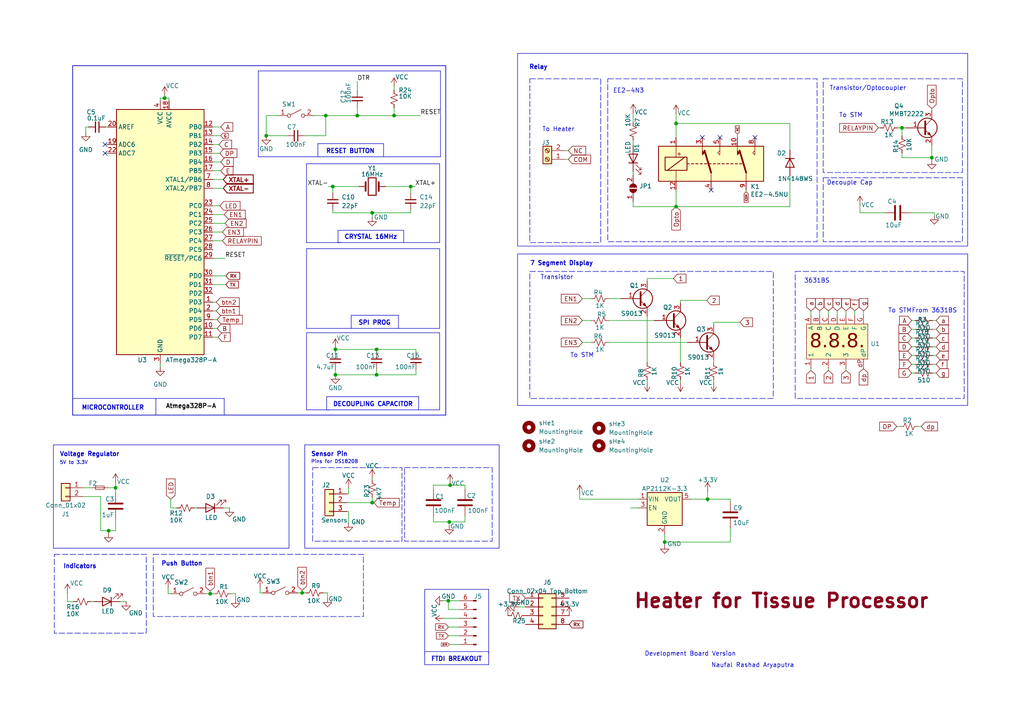
<source format=kicad_sch>
(kicad_sch (version 20230121) (generator eeschema)
  (paper "A4")
  (junction (at 103.632 33.528))
  (junction (at 97.282 101.346))
  (junction (at 33.528 141.478))
  (junction (at 130.302 151.384))
  (junction (at 192.786 157.226))
  (junction (at 94.488 33.528))
  (junction (at 196.088 59.944))
  (junction (at 130.556 140.716))
  (junction (at 130.048 174.244))
  (junction (at 107.95 145.796))
  (junction (at 196.088 35.814))
  (junction (at 109.22 108.712))
  (junction (at 109.22 101.346))
  (junction (at 77.216 39.37))
  (junction (at 97.282 108.712))
  (junction (at 96.52 54.102))
  (junction (at 119.126 54.102))
  (junction (at 107.95 61.722))
  (junction (at 87.63 171.958))
  (junction (at 261.62 37.084))
  (junction (at 270.256 45.72))
  (junction (at 114.3 33.528))
  (junction (at 31.496 153.924))
  (junction (at 205.232 144.78))
  (junction (at 47.752 28.448))
  (junction (at 60.96 172.212))
  (no_connect (at 208.788 39.878))
  (no_connect (at 30.48 41.91))
  (no_connect (at 203.708 39.878))
  (no_connect (at 206.248 55.118))
  (no_connect (at 218.948 39.878))
  (no_connect (at 30.48 44.45))
  (wire (pts (xy 107.95 145.796) (xy 100.584 145.796)))
  (wire (pts (xy 168.91 86.614) (xy 171.45 86.614)))
  (wire (pts (xy 176.53 92.964) (xy 189.738 92.964)))
  (polyline (pts (xy 92.202 45.466) (xy 92.202 41.656)))
  (wire (pts (xy 103.632 33.528) (xy 114.3 33.528)))
  (polyline (pts (xy 123.19 192.786) (xy 141.732 192.786)))
  (wire (pts (xy 205.232 142.494) (xy 205.232 144.78)))
  (polyline (pts (xy 92.964 45.466) (xy 92.202 45.466)))
  (wire (pts (xy 109.22 108.712) (xy 120.65 108.712)))
  (wire (pts (xy 187.706 80.772) (xy 187.706 81.534)))
  (wire (pts (xy 216.408 55.626) (xy 216.408 55.118)))
  (wire (pts (xy 250.444 90.17) (xy 250.444 91.44)))
  (wire (pts (xy 96.52 54.102) (xy 104.14 54.102)))
  (polyline (pts (xy 129.286 120.396) (xy 21.082 120.396)) (stroke (width 0.2) (type solid)))
  (wire (pts (xy 270.51 108.204) (xy 271.526 108.204)))
  (wire (pts (xy 26.416 141.478) (xy 24.13 141.478)))
  (wire (pts (xy 270.51 100.584) (xy 271.526 100.584)))
  (wire (pts (xy 271.018 61.722) (xy 264.16 61.722)))
  (wire (pts (xy 107.95 144.272) (xy 107.95 145.796)))
  (wire (pts (xy 27.178 174.498) (xy 26.416 174.498)))
  (polyline (pts (xy 141.732 188.976) (xy 141.732 189.738)))
  (wire (pts (xy 235.204 107.442) (xy 235.204 106.68)))
  (wire (pts (xy 114.3 31.242) (xy 114.3 33.528)))
  (wire (pts (xy 229.108 59.944) (xy 229.108 51.054)))
  (wire (pts (xy 134.874 149.606) (xy 134.874 151.384)))
  (wire (pts (xy 270.256 31.496) (xy 270.256 32.004)))
  (wire (pts (xy 87.63 171.958) (xy 88.646 171.958)))
  (wire (pts (xy 61.722 74.93) (xy 65.278 74.93)))
  (wire (pts (xy 182.88 147.32) (xy 185.166 147.32)))
  (wire (pts (xy 61.722 59.69) (xy 63.754 59.69)))
  (wire (pts (xy 164.846 46.228) (xy 163.83 46.228)))
  (wire (pts (xy 86.36 171.958) (xy 87.63 171.958)))
  (wire (pts (xy 49.53 144.78) (xy 49.53 147.32)))
  (wire (pts (xy 125.73 151.384) (xy 130.302 151.384)))
  (wire (pts (xy 229.108 35.814) (xy 196.088 35.814)))
  (wire (pts (xy 270.51 92.964) (xy 271.526 92.964)))
  (polyline (pts (xy 127.508 70.358) (xy 127.508 47.498)))
  (wire (pts (xy 264.414 95.504) (xy 265.43 95.504)))
  (wire (pts (xy 29.21 153.924) (xy 31.496 153.924)))
  (wire (pts (xy 30.48 41.91) (xy 31.242 41.91)))
  (polyline (pts (xy 127.762 20.574) (xy 74.93 20.574)))
  (wire (pts (xy 30.48 44.45) (xy 31.242 44.45)))
  (polyline (pts (xy 101.854 91.44) (xy 115.57 91.44)))
  (polyline (pts (xy 127.762 45.466) (xy 127.762 20.574)))
  (wire (pts (xy 33.528 139.954) (xy 33.528 141.478)))
  (wire (pts (xy 62.738 87.63) (xy 61.722 87.63)))
  (wire (pts (xy 130.048 174.244) (xy 133.096 174.244)))
  (wire (pts (xy 61.722 46.99) (xy 64.008 46.99)))
  (wire (pts (xy 168.148 143.256) (xy 168.148 144.78)))
  (wire (pts (xy 97.282 101.346) (xy 109.22 101.346)))
  (polyline (pts (xy 74.93 20.574) (xy 74.93 45.466)))
  (polyline (pts (xy 123.19 170.942) (xy 123.19 189.992)))
  (polyline (pts (xy 21.082 19.05) (xy 129.286 19.05)) (stroke (width 0.2) (type solid)))
  (wire (pts (xy 30.734 36.83) (xy 31.242 36.83)))
  (wire (pts (xy 197.358 87.122) (xy 197.358 87.884)))
  (wire (pts (xy 29.21 144.018) (xy 29.21 153.924)))
  (polyline (pts (xy 123.19 188.976) (xy 141.732 188.976)))
  (wire (pts (xy 130.048 184.404) (xy 133.096 184.404)))
  (wire (pts (xy 120.65 101.346) (xy 120.65 102.108)))
  (polyline (pts (xy 95.504 118.872) (xy 94.742 118.872)))
  (wire (pts (xy 270.51 105.664) (xy 271.526 105.664)))
  (wire (pts (xy 196.088 35.814) (xy 196.088 39.878)))
  (wire (pts (xy 94.488 33.528) (xy 90.932 33.528)))
  (wire (pts (xy 214.63 93.472) (xy 207.01 93.472)))
  (wire (pts (xy 192.786 157.988) (xy 192.786 157.226)))
  (wire (pts (xy 168.148 144.78) (xy 185.166 144.78)))
  (wire (pts (xy 264.414 98.044) (xy 265.43 98.044)))
  (wire (pts (xy 242.824 90.17) (xy 242.824 91.44)))
  (wire (pts (xy 254.762 37.084) (xy 255.27 37.084)))
  (wire (pts (xy 260.35 37.084) (xy 261.62 37.084)))
  (wire (pts (xy 101.092 141.478) (xy 101.092 143.256)))
  (polyline (pts (xy 98.806 70.358) (xy 98.044 70.358)))
  (wire (pts (xy 125.73 140.716) (xy 125.73 141.986)))
  (wire (pts (xy 130.048 176.784) (xy 130.048 174.244)))
  (wire (pts (xy 128.778 174.244) (xy 130.048 174.244)))
  (wire (pts (xy 183.642 58.42) (xy 183.642 59.944)))
  (wire (pts (xy 94.996 171.958) (xy 93.726 171.958)))
  (wire (pts (xy 33.528 150.622) (xy 33.528 153.924)))
  (wire (pts (xy 24.892 38.354) (xy 24.892 36.83)))
  (wire (pts (xy 87.63 171.196) (xy 87.63 171.958)))
  (wire (pts (xy 183.642 49.784) (xy 183.642 50.8)))
  (polyline (pts (xy 45.212 115.57) (xy 45.212 120.396)))
  (wire (pts (xy 264.414 100.584) (xy 265.43 100.584)))
  (wire (pts (xy 205.232 144.78) (xy 205.232 145.542)))
  (wire (pts (xy 97.282 102.108) (xy 97.282 101.346)))
  (wire (pts (xy 260.096 123.698) (xy 261.112 123.698)))
  (wire (pts (xy 61.722 54.61) (xy 64.77 54.61)))
  (wire (pts (xy 168.91 92.964) (xy 171.45 92.964)))
  (wire (pts (xy 204.978 87.122) (xy 197.358 87.122)))
  (wire (pts (xy 130.556 140.716) (xy 134.874 140.716)))
  (wire (pts (xy 111.76 54.102) (xy 119.126 54.102)))
  (wire (pts (xy 114.3 25.146) (xy 114.3 26.162)))
  (wire (pts (xy 235.204 90.17) (xy 235.204 91.44)))
  (wire (pts (xy 213.868 38.862) (xy 213.868 39.878)))
  (polyline (pts (xy 92.456 45.466) (xy 92.964 45.466)))
  (wire (pts (xy 196.088 59.944) (xy 196.088 55.118)))
  (wire (pts (xy 75.438 171.958) (xy 76.2 171.958)))
  (wire (pts (xy 237.744 90.17) (xy 237.744 91.44)))
  (polyline (pts (xy 98.044 70.358) (xy 98.044 66.802)))
  (wire (pts (xy 109.22 101.346) (xy 109.22 102.108)))
  (wire (pts (xy 176.53 86.614) (xy 180.086 86.614)))
  (polyline (pts (xy 101.854 95.25) (xy 101.854 91.44)))
  (wire (pts (xy 75.438 170.434) (xy 75.438 171.958)))
  (wire (pts (xy 61.722 44.45) (xy 63.754 44.45)))
  (polyline (pts (xy 123.19 189.992) (xy 123.19 192.786)))
  (wire (pts (xy 61.722 49.53) (xy 64.008 49.53)))
  (polyline (pts (xy 65.024 115.57) (xy 65.024 120.396)))
  (wire (pts (xy 47.752 27.686) (xy 47.752 28.448)))
  (polyline (pts (xy 92.202 41.656) (xy 111.252 41.656)))
  (wire (pts (xy 61.722 69.85) (xy 64.516 69.85)))
  (wire (pts (xy 49.022 28.448) (xy 49.022 29.21)))
  (polyline (pts (xy 98.044 66.802) (xy 117.094 66.802)))
  (wire (pts (xy 57.15 147.32) (xy 56.388 147.32)))
  (wire (pts (xy 130.048 181.864) (xy 133.096 181.864)))
  (wire (pts (xy 207.01 93.472) (xy 207.01 94.234)))
  (wire (pts (xy 197.358 110.998) (xy 197.358 110.236)))
  (wire (pts (xy 196.088 33.02) (xy 196.088 35.814)))
  (wire (pts (xy 60.96 171.45) (xy 60.96 172.212)))
  (polyline (pts (xy 21.082 115.57) (xy 65.024 115.57)))
  (polyline (pts (xy 75.438 45.466) (xy 127.762 45.466)))
  (wire (pts (xy 46.482 29.21) (xy 46.482 28.448)))
  (wire (pts (xy 134.874 140.716) (xy 134.874 141.986)))
  (wire (pts (xy 19.558 174.498) (xy 21.336 174.498)))
  (polyline (pts (xy 88.9 96.52) (xy 88.9 118.872)))
  (polyline (pts (xy 121.412 115.062) (xy 121.412 118.872)))
  (wire (pts (xy 36.576 174.498) (xy 34.798 174.498)))
  (wire (pts (xy 195.326 80.772) (xy 187.706 80.772)))
  (wire (pts (xy 94.996 173.482) (xy 94.996 171.958)))
  (wire (pts (xy 48.768 172.212) (xy 49.53 172.212)))
  (wire (pts (xy 270.51 103.124) (xy 271.526 103.124)))
  (wire (pts (xy 205.232 144.78) (xy 211.836 144.78)))
  (wire (pts (xy 264.414 105.664) (xy 265.43 105.664)))
  (wire (pts (xy 107.95 62.992) (xy 107.95 61.722)))
  (wire (pts (xy 63.5 41.91) (xy 61.722 41.91)))
  (polyline (pts (xy 88.9 95.25) (xy 88.9 72.136)))
  (wire (pts (xy 94.488 33.528) (xy 103.632 33.528)))
  (wire (pts (xy 107.95 138.684) (xy 107.95 139.192)))
  (wire (pts (xy 95.25 54.102) (xy 96.52 54.102)))
  (wire (pts (xy 66.548 147.32) (xy 64.77 147.32)))
  (wire (pts (xy 130.048 176.784) (xy 133.096 176.784)))
  (wire (pts (xy 183.642 32.766) (xy 183.642 35.56)))
  (wire (pts (xy 207.01 110.998) (xy 207.01 110.236)))
  (wire (pts (xy 61.722 95.25) (xy 62.992 95.25)))
  (wire (pts (xy 125.73 140.716) (xy 130.556 140.716)))
  (polyline (pts (xy 88.9 96.52) (xy 127.508 96.52)))
  (polyline (pts (xy 115.57 95.25) (xy 127.508 95.25)))
  (wire (pts (xy 101.092 151.638) (xy 101.092 148.336)))
  (wire (pts (xy 31.496 154.686) (xy 31.496 153.924)))
  (wire (pts (xy 270.51 98.044) (xy 271.526 98.044)))
  (polyline (pts (xy 115.57 91.44) (xy 115.57 95.25)))
  (wire (pts (xy 63.246 97.79) (xy 61.722 97.79)))
  (polyline (pts (xy 94.742 118.872) (xy 94.742 115.062)))
  (wire (pts (xy 240.284 107.442) (xy 240.284 106.68)))
  (polyline (pts (xy 94.742 115.062) (xy 121.412 115.062)))
  (wire (pts (xy 130.302 151.384) (xy 130.302 152.4)))
  (wire (pts (xy 101.092 143.256) (xy 100.584 143.256)))
  (polyline (pts (xy 141.732 192.786) (xy 141.732 170.942)))
  (wire (pts (xy 271.018 62.484) (xy 271.018 61.722)))
  (wire (pts (xy 192.786 157.226) (xy 211.836 157.226)))
  (wire (pts (xy 80.772 33.528) (xy 77.216 33.528)))
  (wire (pts (xy 109.22 107.188) (xy 109.22 108.712)))
  (wire (pts (xy 97.282 107.188) (xy 97.282 108.712)))
  (wire (pts (xy 128.778 179.324) (xy 133.096 179.324)))
  (polyline (pts (xy 88.9 72.136) (xy 127.508 72.136)))
  (wire (pts (xy 31.496 153.924) (xy 33.528 153.924)))
  (wire (pts (xy 261.62 37.084) (xy 262.636 37.084)))
  (wire (pts (xy 211.836 144.78) (xy 211.836 145.542)))
  (polyline (pts (xy 141.732 170.942) (xy 123.19 170.942)))
  (polyline (pts (xy 127.508 118.872) (xy 88.9 118.872)))
  (wire (pts (xy 211.836 153.162) (xy 211.836 157.226)))
  (wire (pts (xy 19.558 171.958) (xy 19.558 174.498)))
  (wire (pts (xy 88.392 39.37) (xy 94.488 39.37)))
  (wire (pts (xy 270.51 95.504) (xy 271.526 95.504)))
  (wire (pts (xy 96.52 60.96) (xy 96.52 61.722)))
  (wire (pts (xy 48.768 170.688) (xy 48.768 172.212)))
  (wire (pts (xy 83.312 39.37) (xy 77.216 39.37)))
  (polyline (pts (xy 88.9 47.498) (xy 127.508 47.498)))
  (wire (pts (xy 94.488 39.37) (xy 94.488 33.528)))
  (polyline (pts (xy 88.9 47.498) (xy 88.9 70.358)))
  (polyline (pts (xy 88.9 70.358) (xy 127.508 70.358)))
  (wire (pts (xy 46.482 106.426) (xy 46.482 105.41)))
  (wire (pts (xy 200.406 144.78) (xy 205.232 144.78)))
  (wire (pts (xy 266.192 123.698) (xy 267.208 123.698)))
  (wire (pts (xy 247.904 90.17) (xy 247.904 91.44)))
  (wire (pts (xy 61.722 62.23) (xy 65.024 62.23)))
  (wire (pts (xy 68.326 172.212) (xy 67.056 172.212)))
  (wire (pts (xy 62.738 90.17) (xy 61.722 90.17)))
  (wire (pts (xy 60.96 172.212) (xy 61.976 172.212)))
  (polyline (pts (xy 129.286 19.812) (xy 129.286 19.05)))
  (wire (pts (xy 103.632 31.242) (xy 103.632 33.528)))
  (wire (pts (xy 250.444 106.934) (xy 250.444 106.68)))
  (wire (pts (xy 229.108 43.434) (xy 229.108 35.814)))
  (wire (pts (xy 96.52 61.722) (xy 107.95 61.722)))
  (wire (pts (xy 61.722 82.55) (xy 65.532 82.55)))
  (wire (pts (xy 24.13 144.018) (xy 29.21 144.018)))
  (wire (pts (xy 31.496 141.478) (xy 33.528 141.478)))
  (wire (pts (xy 24.892 36.83) (xy 25.654 36.83)))
  (wire (pts (xy 109.22 101.346) (xy 120.65 101.346)))
  (polyline (pts (xy 74.93 45.466) (xy 75.438 45.466)))
  (wire (pts (xy 61.722 80.01) (xy 65.532 80.01)))
  (wire (pts (xy 119.126 54.102) (xy 120.396 54.102)))
  (wire (pts (xy 97.282 100.838) (xy 97.282 101.346)))
  (wire (pts (xy 97.282 108.712) (xy 109.22 108.712)))
  (wire (pts (xy 108.458 145.796) (xy 107.95 145.796)))
  (wire (pts (xy 96.52 55.88) (xy 96.52 54.102)))
  (wire (pts (xy 125.73 149.606) (xy 125.73 151.384)))
  (wire (pts (xy 196.088 59.944) (xy 183.642 59.944)))
  (wire (pts (xy 130.556 140.208) (xy 130.556 140.716)))
  (wire (pts (xy 103.632 23.622) (xy 103.632 26.162)))
  (wire (pts (xy 68.326 173.736) (xy 68.326 172.212)))
  (wire (pts (xy 196.088 59.944) (xy 229.108 59.944)))
  (wire (pts (xy 270.256 45.72) (xy 270.256 42.164)))
  (polyline (pts (xy 123.19 190.246) (xy 123.19 188.976)))
  (wire (pts (xy 264.414 108.204) (xy 265.43 108.204)))
  (wire (pts (xy 183.642 42.164) (xy 183.642 40.64)))
  (wire (pts (xy 264.414 103.124) (xy 265.43 103.124)))
  (wire (pts (xy 261.62 45.72) (xy 270.256 45.72)))
  (wire (pts (xy 176.53 99.314) (xy 199.39 99.314)))
  (wire (pts (xy 33.528 143.002) (xy 33.528 141.478)))
  (wire (pts (xy 187.706 91.694) (xy 187.706 105.156)))
  (wire (pts (xy 61.722 92.71) (xy 62.992 92.71)))
  (wire (pts (xy 197.358 98.044) (xy 197.358 105.156)))
  (wire (pts (xy 119.126 55.88) (xy 119.126 54.102)))
  (wire (pts (xy 207.01 104.394) (xy 207.01 105.156)))
  (wire (pts (xy 249.428 59.436) (xy 249.428 61.722)))
  (wire (pts (xy 261.62 44.45) (xy 261.62 45.72)))
  (wire (pts (xy 61.722 67.31) (xy 64.516 67.31)))
  (wire (pts (xy 114.3 33.528) (xy 121.92 33.528)))
  (wire (pts (xy 120.65 108.712) (xy 120.65 107.188)))
  (wire (pts (xy 245.364 90.17) (xy 245.364 91.44)))
  (wire (pts (xy 150.368 176.022) (xy 152.4 176.022)))
  (wire (pts (xy 101.092 148.336) (xy 100.584 148.336)))
  (polyline (pts (xy 127.508 72.136) (xy 127.508 95.25)))
  (wire (pts (xy 46.482 28.448) (xy 47.752 28.448)))
  (wire (pts (xy 61.722 52.07) (xy 64.77 52.07)))
  (wire (pts (xy 261.62 39.37) (xy 261.62 37.084)))
  (wire (pts (xy 77.216 33.528) (xy 77.216 39.37)))
  (wire (pts (xy 245.364 107.442) (xy 245.364 106.68)))
  (wire (pts (xy 64.008 36.83) (xy 61.722 36.83)))
  (polyline (pts (xy 111.252 41.656) (xy 111.252 45.466)))
  (wire (pts (xy 187.706 110.998) (xy 187.706 110.236)))
  (wire (pts (xy 192.786 157.226) (xy 192.786 154.94)))
  (wire (pts (xy 240.284 90.17) (xy 240.284 91.44)))
  (wire (pts (xy 59.69 172.212) (xy 60.96 172.212)))
  (polyline (pts (xy 129.286 19.05) (xy 129.286 120.396)) (stroke (width 0.2) (type solid)))
  (wire (pts (xy 49.53 147.32) (xy 51.308 147.32)))
  (polyline (pts (xy 21.082 19.05) (xy 21.082 120.396)) (stroke (width 0.2) (type solid)))
  (wire (pts (xy 47.752 28.448) (xy 49.022 28.448)))
  (polyline (pts (xy 115.57 95.25) (xy 88.9 95.25)))
  (wire (pts (xy 168.91 99.314) (xy 171.45 99.314)))
  (wire (pts (xy 130.302 186.944) (xy 133.096 186.944)))
  (wire (pts (xy 107.95 61.722) (xy 119.126 61.722)))
  (wire (pts (xy 270.256 45.72) (xy 270.256 46.482)))
  (wire (pts (xy 164.846 43.688) (xy 163.83 43.688)))
  (polyline (pts (xy 127.508 96.52) (xy 127.508 118.872)))
  (wire (pts (xy 264.414 92.964) (xy 265.43 92.964)))
  (polyline (pts (xy 117.094 66.802) (xy 117.094 70.358)))
  (wire (pts (xy 130.302 151.384) (xy 134.874 151.384)))
  (wire (pts (xy 61.722 39.37) (xy 64.008 39.37)))
  (wire (pts (xy 61.722 64.77) (xy 65.278 64.77)))
  (wire (pts (xy 119.126 61.722) (xy 119.126 60.96)))
  (wire (pts (xy 249.428 61.722) (xy 256.54 61.722)))
  (rectangle (start 117.348 135.636) (end 142.748 156.972) (stroke (width 0) (type dash)))
  (rectangle (start 176.276 22.86) (end 236.982 70.104) (stroke (width 0) (type dash)))
  (rectangle (start 238.76 22.86) (end 279.146 50.038) (stroke (width 0) (type dash)))
  (rectangle (start 230.632 78.74) (end 279.654 115.57) (stroke (width 0) (type dash)))
  (rectangle (start 44.45 160.782) (end 105.41 178.816) (stroke (width 0) (type dash)))
  (rectangle (start 150.114 15.494) (end 280.67 71.374))
  (rectangle (start 90.678 135.636) (end 116.586 156.972) (stroke (width 0) (type dash)))
  (rectangle (start 153.67 22.86) (end 174.244 70.358) (stroke (width 0) (type dash)))
  (rectangle (start 150.114 73.66) (end 280.67 117.602))
  (rectangle (start 15.494 129.032) (end 83.82 159.004))
  (rectangle (start 15.748 160.782) (end 42.418 183.642) (stroke (width 0) (type dash)))
  (rectangle (start 88.392 129.032) (end 144.78 159.004))
  (rectangle (start 153.67 78.74) (end 224.282 115.57) (stroke (width 0) (type dash)))
  (rectangle (start 238.76 51.562) (end 279.146 70.104) (stroke (width 0) (type dash)))
  (text "5V to 3.3V\n" (at 17.272 134.874 0) (effects (font (size 1 1)) (justify left bottom)))
  (text "To STM\n" (at 243.332 34.29 0) (effects (font (size 1.27 1.27)) (justify left bottom)))
  (text "Indicators\n" (at 18.288 165.1 0) (effects (font (size 1.27 1.27) bold) (justify left bottom)))
  (text "To Heater\n" (at 157.226 38.354 0) (effects (font (size 1.27 1.27)) (justify left bottom)))
  (text "MICROCONTROLLER\n" (at 23.622 119.126 0) (effects (font (size 1.27 1.27) bold) (justify left bottom)))
  (text "Sensor Pin" (at 90.17 132.588 0) (effects (font (size 1.27 1.27) bold) (justify left bottom)))
  (text "Development Board Version\n" (at 186.944 190.5 0) (effects (font (size 1.27 1.27)) (justify left bottom)))
  (text "To STM\n" (at 165.354 103.886 0) (effects (font (size 1.27 1.27)) (justify left bottom)))
  (text "7 Segment Display" (at 153.67 77.216 0) (effects (font (size 1.27 1.27) (thickness 0.254) bold) (justify left bottom)))
  (text "Naufal Rashad Aryaputra\n" (at 206.248 193.802 0) (effects (font (size 1.27 1.27)) (justify left bottom)))
  (text "EE2-4N3\n" (at 177.8 27.178 0) (effects (font (size 1.27 1.27)) (justify left bottom)))
  (text "DECOUPLING CAPACITOR\n" (at 96.52 118.11 0) (effects (font (size 1.27 1.27) bold) (justify left bottom)))
  (text "To STM\n" (at 257.556 90.932 0) (effects (font (size 1.27 1.27)) (justify left bottom)))
  (text "Push Button\n" (at 46.736 164.338 0) (effects (font (size 1.27 1.27) (thickness 0.254) bold) (justify left bottom)))
  (text "Heater for Tissue Processor\n" (at 183.642 176.784 0) (effects (font (size 4 4) bold) (justify left bottom)))
  (text "SPI PROG\n" (at 103.886 94.488 0) (effects (font (size 1.27 1.27) bold) (justify left bottom)))
  (text "Decouple Cap\n" (at 239.776 53.848 0) (effects (font (size 1.27 1.27)) (justify left bottom)))
  (text "Relay\n" (at 153.416 20.32 0) (effects (font (size 1.27 1.27) bold) (justify left bottom)))
  (text "Voltage Regulator\n" (at 17.272 132.588 0) (effects (font (size 1.27 1.27) bold) (justify left bottom)))
  (text "Transistor" (at 156.718 81.28 0) (effects (font (size 1.27 1.27)) (justify left bottom)))
  (text "From 3631BS\n" (at 264.414 90.932 0) (effects (font (size 1.27 1.27)) (justify left bottom)))
  (text "Transistor/Optocoupler\n" (at 240.538 26.416 0) (effects (font (size 1.27 1.27)) (justify left bottom)))
  (text "3631BS\n" (at 233.172 82.296 0) (effects (font (size 1.27 1.27)) (justify left bottom)))
  (text "CRYSTAL 16MHz\n" (at 99.822 69.596 0) (effects (font (size 1.27 1.27) bold) (justify left bottom)))
  (text "FTDI BREAKOUT\n\n" (at 124.968 194.056 0) (effects (font (size 1.27 1.27) (thickness 0.254) bold) (justify left bottom)))
  (text "RESET BUTTON\n" (at 94.488 44.704 0) (effects (font (size 1.27 1.27) bold) (justify left bottom)))
  (text "Pins for DS1820B\n" (at 90.17 134.62 0) (effects (font (size 1 1)) (justify left bottom)))
  (label "XTAL-" (at 95.25 54.102 180))
  (label "RESET" (at 65.278 74.93 0))
  (label "Atmega328P-A" (at 48.006 118.872 0) (effects (font bold)))
  (label "XTAL+" (at 120.396 54.102 0))
  (label "RESET" (at 121.92 33.528 0))
  (label "DTR" (at 103.632 23.622 0))
  (global_label "C" (shape input) (at 264.414 98.044 180) (property "Intersheetrefs" "${INTERSHEET_REFS}" (effects hide)))
  (global_label "Opto" (shape input) (at 196.088 59.944 270) (property "Intersheetrefs" "${INTERSHEET_REFS}" (effects hide)))
  (global_label "COM" (shape input) (at 164.846 46.228 0) (property "Intersheetrefs" "${INTERSHEET_REFS}" (effects hide)))
  (global_label "A" (shape input) (at 64.008 36.83 0) (property "Intersheetrefs" "${INTERSHEET_REFS}" (effects hide)))
  (global_label "RX" (shape input) (at 130.048 181.864 180) (effects (font (size 0.96 0.96))) (property "Intersheetrefs" "${INTERSHEET_REFS}" (effects hide)))
  (global_label "btn1" (shape input) (at 60.96 171.45 90) (property "Intersheetrefs" "${INTERSHEET_REFS}" (effects hide)))
  (global_label "EN3" (shape input) (at 64.516 67.31 0) (property "Intersheetrefs" "${INTERSHEET_REFS}" (effects hide)))
  (global_label "EN3" (shape input) (at 168.91 99.314 180) (property "Intersheetrefs" "${INTERSHEET_REFS}" (effects hide)))
  (global_label "XTAL+" (shape input) (at 64.77 52.07 0) (effects (font bold)) (property "Intersheetrefs" "${INTERSHEET_REFS}" (effects hide)))
  (global_label "e" (shape input) (at 271.526 103.124 0) (property "Intersheetrefs" "${INTERSHEET_REFS}" (effects hide)))
  (global_label "D" (shape input) (at 264.414 100.584 180) (property "Intersheetrefs" "${INTERSHEET_REFS}" (effects hide)))
  (global_label "RELAYPIN" (shape input) (at 254.762 37.084 180) (property "Intersheetrefs" "${INTERSHEET_REFS}" (effects hide)))
  (global_label "XTAL-" (shape input) (at 64.77 54.61 0) (effects (font bold)) (property "Intersheetrefs" "${INTERSHEET_REFS}" (effects hide)))
  (global_label "COM" (shape input) (at 216.408 55.626 270) (effects (font (size 0.6 0.6))) (property "Intersheetrefs" "${INTERSHEET_REFS}" (effects hide)))
  (global_label "Opto" (shape input) (at 270.256 31.496 90) (property "Intersheetrefs" "${INTERSHEET_REFS}" (effects hide)))
  (global_label "b" (shape input) (at 271.526 95.504 0) (property "Intersheetrefs" "${INTERSHEET_REFS}" (effects hide)))
  (global_label "btn2" (shape input) (at 87.63 171.196 90) (property "Intersheetrefs" "${INTERSHEET_REFS}" (effects hide)))
  (global_label "EN1" (shape input) (at 168.91 86.614 180) (property "Intersheetrefs" "${INTERSHEET_REFS}" (effects hide)))
  (global_label "3" (shape input) (at 245.364 107.442 270) (property "Intersheetrefs" "${INTERSHEET_REFS}" (effects hide)))
  (global_label "A" (shape input) (at 264.414 92.964 180) (property "Intersheetrefs" "${INTERSHEET_REFS}" (effects hide)))
  (global_label "E" (shape input) (at 264.414 103.124 180) (property "Intersheetrefs" "${INTERSHEET_REFS}" (effects hide)))
  (global_label "f" (shape input) (at 247.904 90.17 90) (property "Intersheetrefs" "${INTERSHEET_REFS}" (effects hide)))
  (global_label "Temp" (shape input) (at 62.992 92.71 0) (property "Intersheetrefs" "${INTERSHEET_REFS}" (effects hide)))
  (global_label "RX" (shape input) (at 165.1 181.102 0) (effects (font (size 0.96 0.96) bold)) (property "Intersheetrefs" "${INTERSHEET_REFS}" (effects hide)))
  (global_label "btn2" (shape input) (at 62.738 87.63 0) (property "Intersheetrefs" "${INTERSHEET_REFS}" (effects hide)))
  (global_label "btn1" (shape input) (at 62.738 90.17 0) (property "Intersheetrefs" "${INTERSHEET_REFS}" (effects hide)))
  (global_label "dp" (shape input) (at 250.444 106.934 270) (property "Intersheetrefs" "${INTERSHEET_REFS}" (effects hide)))
  (global_label "E" (shape input) (at 64.008 49.53 0) (property "Intersheetrefs" "${INTERSHEET_REFS}" (effects hide)))
  (global_label "B" (shape input) (at 264.414 95.504 180) (property "Intersheetrefs" "${INTERSHEET_REFS}" (effects hide)))
  (global_label "DP" (shape input) (at 260.096 123.698 180) (property "Intersheetrefs" "${INTERSHEET_REFS}" (effects hide)))
  (global_label "TX" (shape input) (at 65.532 82.55 0) (effects (font (size 0.93 0.93) bold)) (property "Intersheetrefs" "${INTERSHEET_REFS}" (effects hide)))
  (global_label "C" (shape input) (at 63.5 41.91 0) (property "Intersheetrefs" "${INTERSHEET_REFS}" (effects hide)))
  (global_label "c" (shape input) (at 271.526 98.044 0) (property "Intersheetrefs" "${INTERSHEET_REFS}" (effects hide)))
  (global_label "DP" (shape input) (at 63.754 44.45 0) (property "Intersheetrefs" "${INTERSHEET_REFS}" (effects hide)))
  (global_label "B" (shape input) (at 62.992 95.25 0) (property "Intersheetrefs" "${INTERSHEET_REFS}" (effects hide)))
  (global_label "e" (shape input) (at 245.364 90.17 90) (property "Intersheetrefs" "${INTERSHEET_REFS}" (effects hide)))
  (global_label "2" (shape input) (at 204.978 87.122 0) (property "Intersheetrefs" "${INTERSHEET_REFS}" (effects hide)))
  (global_label "dp" (shape input) (at 267.208 123.698 0) (property "Intersheetrefs" "${INTERSHEET_REFS}" (effects hide)))
  (global_label "1" (shape input) (at 235.204 107.442 270) (property "Intersheetrefs" "${INTERSHEET_REFS}" (effects hide)))
  (global_label "D" (shape input) (at 64.008 46.99 0) (property "Intersheetrefs" "${INTERSHEET_REFS}" (effects hide)))
  (global_label "RELAYPIN" (shape input) (at 64.516 69.85 0) (property "Intersheetrefs" "${INTERSHEET_REFS}" (effects hide)))
  (global_label "3" (shape input) (at 214.63 93.472 0) (property "Intersheetrefs" "${INTERSHEET_REFS}" (effects hide)))
  (global_label "1" (shape input) (at 195.326 80.772 0) (property "Intersheetrefs" "${INTERSHEET_REFS}" (effects hide)))
  (global_label "NC" (shape input) (at 213.868 38.862 90) (effects (font (size 0.6 0.6))) (property "Intersheetrefs" "${INTERSHEET_REFS}" (effects hide)))
  (global_label "b" (shape input) (at 237.744 90.17 90) (property "Intersheetrefs" "${INTERSHEET_REFS}" (effects hide)))
  (global_label "RX" (shape input) (at 65.532 80.01 0) (effects (font (size 0.96 0.96) bold)) (property "Intersheetrefs" "${INTERSHEET_REFS}" (effects hide)))
  (global_label "f" (shape input) (at 271.526 105.664 0) (property "Intersheetrefs" "${INTERSHEET_REFS}" (effects hide)))
  (global_label "F" (shape input) (at 264.414 105.664 180) (property "Intersheetrefs" "${INTERSHEET_REFS}" (effects hide)))
  (global_label "a" (shape input) (at 235.204 90.17 90) (property "Intersheetrefs" "${INTERSHEET_REFS}" (effects hide)))
  (global_label "c" (shape input) (at 240.284 90.17 90) (property "Intersheetrefs" "${INTERSHEET_REFS}" (effects hide)))
  (global_label "d" (shape input) (at 242.824 90.17 90) (property "Intersheetrefs" "${INTERSHEET_REFS}" (effects hide)))
  (global_label "F" (shape input) (at 63.246 97.79 0) (property "Intersheetrefs" "${INTERSHEET_REFS}" (effects hide)))
  (global_label "G" (shape input) (at 264.414 108.204 180) (property "Intersheetrefs" "${INTERSHEET_REFS}" (effects hide)))
  (global_label "d" (shape input) (at 271.526 100.584 0) (property "Intersheetrefs" "${INTERSHEET_REFS}" (effects hide)))
  (global_label "EN1" (shape input) (at 65.024 62.23 0) (property "Intersheetrefs" "${INTERSHEET_REFS}" (effects hide)))
  (global_label "G" (shape input) (at 64.008 39.37 0) (effects (font (size 0.75 0.75))) (property "Intersheetrefs" "${INTERSHEET_REFS}" (effects hide)))
  (global_label "g" (shape input) (at 271.526 108.204 0) (property "Intersheetrefs" "${INTERSHEET_REFS}" (effects hide)))
  (global_label "a" (shape input) (at 271.526 92.964 0) (property "Intersheetrefs" "${INTERSHEET_REFS}" (effects hide)))
  (global_label "Temp" (shape input) (at 108.458 145.796 0) (property "Intersheetrefs" "${INTERSHEET_REFS}" (effects hide)))
  (global_label "NC" (shape input) (at 164.846 43.688 0) (property "Intersheetrefs" "${INTERSHEET_REFS}" (effects hide)))
  (global_label "2" (shape input) (at 240.284 107.442 270) (property "Intersheetrefs" "${INTERSHEET_REFS}" (effects hide)))
  (global_label "DTR" (shape input) (at 130.302 186.944 180) (effects (font (size 0.5 0.5))) (property "Intersheetrefs" "${INTERSHEET_REFS}" (effects hide)))
  (global_label "EN2" (shape input) (at 168.91 92.964 180) (property "Intersheetrefs" "${INTERSHEET_REFS}" (effects hide)))
  (global_label "EN2" (shape input) (at 65.278 64.77 0) (property "Intersheetrefs" "${INTERSHEET_REFS}" (effects hide)))
  (global_label "LED" (shape input) (at 49.53 144.78 90) (property "Intersheetrefs" "${INTERSHEET_REFS}" (effects hide)))
  (global_label "TX" (shape input) (at 152.4 173.482 180) (property "Intersheetrefs" "${INTERSHEET_REFS}" (effects hide)))
  (global_label "g" (shape input) (at 250.444 90.17 90) (property "Intersheetrefs" "${INTERSHEET_REFS}" (effects hide)))
  (global_label "TX" (shape input) (at 130.048 184.404 180) (effects (font (size 0.96 0.96))) (property "Intersheetrefs" "${INTERSHEET_REFS}" (effects hide)))
  (global_label "LED" (shape input) (at 63.754 59.69 0) (property "Intersheetrefs" "${INTERSHEET_REFS}" (effects hide)))
  (symbol (lib_id "power:GND") (at 101.092 151.638 0) (unit 1)
    (property "Reference" "#PWR010" (effects hide))
    (property "Value" "GND" (at 103.886 151.384 0))
  )
  (symbol (lib_id "power:VCC") (at 97.282 100.838 0) (unit 1)
    (property "Reference" "#PWR08" (effects hide))
    (property "Value" "VCC" (at 99.568 98.044 0))
  )
  (symbol (lib_id "Device:LED") (at 183.642 45.974 90) (unit 1)
    (property "Reference" "D1" (at 184.658 41.656 0) (effects (justify right)))
    (property "Value" "LED" (at 182.118 40.894 0) (effects (justify right)))
    (property "Footprint" "LED_SMD:LED_0603_1608Metric_Pad1.05x0.95mm_HandSolder" (effects hide))
  )
  (symbol (lib_id "Connector_Generic:Conn_01x03") (at 95.504 145.796 0) (mirror y) (unit 1)
    (property "Reference" "J2" (at 95.758 140.716 0) (effects (justify left)))
    (property "Value" "Sensors" (at 100.838 150.876 0) (effects (justify left)))
    (property "Footprint" "Connector_JST:JST_XH_B3B-XH-A_1x03_P2.50mm_Vertical" (effects hide))
  )
  (symbol (lib_id "power:+3.3V") (at 147.32 178.562 0) (unit 1)
    (property "Reference" "#PWR034" (effects hide))
    (property "Value" "+3.3V" (at 147.32 175.26 0))
  )
  (symbol (lib_id "power:GND") (at 130.302 152.4 0) (unit 1)
    (property "Reference" "#PWR015" (effects hide))
    (property "Value" "GND" (at 132.588 152.654 0))
  )
  (symbol (lib_id "Device:R_Small_US") (at 267.97 105.664 270) (unit 1)
    (property "Reference" "R21" (at 267.462 103.886 90))
    (property "Value" "510" (at 267.97 107.696 90))
    (property "Footprint" "Resistor_SMD:R_0603_1608Metric_Pad0.98x0.95mm_HandSolder" (effects hide))
  )
  (symbol (lib_id "Mechanical:MountingHole") (at 173.736 129.286 0) (unit 1)
    (property "Reference" "sHe4" (at 176.53 128.0159 0) (effects (justify left)))
    (property "Value" "MountingHole" (at 176.53 130.5559 0) (effects (justify left)))
    (property "Footprint" "MountingHole:MountingHole_3mm_Pad_Via" (effects hide))
  )
  (symbol (lib_id "Device:C_Small") (at 28.194 36.83 270) (unit 1)
    (property "Reference" "C5" (at 26.416 32.512 90))
    (property "Value" "0.1uF" (at 27.94 34.29 90))
    (property "Footprint" "Capacitor_SMD:C_0603_1608Metric_Pad1.08x0.95mm_HandSolder" (effects hide))
  )
  (symbol (lib_id "power:VCC") (at 249.428 59.436 0) (unit 1)
    (property "Reference" "#PWR022" (effects hide))
    (property "Value" "VCC" (at 251.714 59.436 0))
  )
  (symbol (lib_id "Device:R_Small_US") (at 187.706 107.696 0) (unit 1)
    (property "Reference" "R8" (at 185.928 108.204 90))
    (property "Value" "1K" (at 189.738 107.696 90))
    (property "Footprint" "Resistor_SMD:R_0603_1608Metric_Pad0.98x0.95mm_HandSolder" (effects hide))
  )
  (symbol (lib_id "Device:R_Small_US") (at 107.95 141.732 180) (unit 1)
    (property "Reference" "R23" (at 106.426 140.462 90) (effects (justify left)))
    (property "Value" "4K7" (at 109.982 141.224 90) (effects (justify left)))
    (property "Footprint" "Resistor_SMD:R_0603_1608Metric_Pad0.98x0.95mm_HandSolder" (effects hide))
  )
  (symbol (lib_id "power:GND") (at 150.368 176.022 270) (unit 1)
    (property "Reference" "#PWR038" (effects hide))
    (property "Value" "GND" (at 149.606 174.752 90) (effects (justify left)))
  )
  (symbol (lib_id "power:GND") (at 46.482 106.426 0) (unit 1)
    (property "Reference" "#PWR02" (effects hide))
    (property "Value" "GND" (at 46.482 111.506 0))
  )
  (symbol (lib_id "Device:LED") (at 30.988 174.498 180) (unit 1)
    (property "Reference" "D9" (at 29.718 171.196 0) (effects (justify right)))
    (property "Value" "LED" (at 29.464 177.292 0) (effects (justify right)))
    (property "Footprint" "LED_THT:LED_D3.0mm" (effects hide))
  )
  (symbol (lib_id "Connector_Generic:Conn_01x02") (at 19.05 141.478 0) (mirror y) (unit 1)
    (property "Reference" "J1" (at 19.05 149.098 0))
    (property "Value" "Conn_01x02" (at 19.05 146.558 0))
    (property "Footprint" "Connector_JST:JST_XH_B2B-XH-A_1x02_P2.50mm_Vertical" (effects hide))
  )
  (symbol (lib_id "Transistor_BJT:BC850") (at 194.818 92.964 0) (unit 1)
    (property "Reference" "Q2" (at 192.278 89.154 0) (effects (justify left)))
    (property "Value" "S9013" (at 189.738 97.282 0) (effects (justify left)))
    (property "Footprint" "Package_TO_SOT_SMD:SOT-23" (effects hide))
    (property "Datasheet" "http://www.infineon.com/dgdl/Infineon-BC847SERIES_BC848SERIES_BC849SERIES_BC850SERIES-DS-v01_01-en.pdf?fileId=db3a304314dca389011541d4630a1657" (effects hide))
  )
  (symbol (lib_id "power:VCC") (at 168.148 143.256 0) (unit 1)
    (property "Reference" "#PWR04" (effects hide))
    (property "Value" "VCC" (at 170.434 143.002 0))
  )
  (symbol (lib_id "Transistor_BJT:BC850") (at 204.47 99.314 0) (unit 1)
    (property "Reference" "Q3" (at 201.93 95.504 0) (effects (justify left)))
    (property "Value" "S9013" (at 199.39 103.632 0) (effects (justify left)))
    (property "Footprint" "Package_TO_SOT_SMD:SOT-23" (effects hide))
    (property "Datasheet" "http://www.infineon.com/dgdl/Infineon-BC847SERIES_BC848SERIES_BC849SERIES_BC850SERIES-DS-v01_01-en.pdf?fileId=db3a304314dca389011541d4630a1657" (effects hide))
  )
  (symbol (lib_id "Device:R_Small_US") (at 149.86 178.562 270) (unit 1)
    (property "Reference" "R25" (at 148.59 180.086 90) (effects (justify left)))
    (property "Value" "10K" (effects hide))
    (property "Footprint" "Resistor_SMD:R_0603_1608Metric_Pad0.98x0.95mm_HandSolder" (effects hide))
  )
  (symbol (lib_id "Device:R_Small_US") (at 267.97 108.204 270) (unit 1)
    (property "Reference" "R22" (at 267.462 106.426 90))
    (property "Value" "510" (at 267.97 110.236 90))
    (property "Footprint" "Resistor_SMD:R_0603_1608Metric_Pad0.98x0.95mm_HandSolder" (effects hide))
  )
  (symbol (lib_id "power:GND") (at 66.548 147.32 0) (unit 1)
    (property "Reference" "#PWR024" (effects hide))
    (property "Value" "GND" (at 67.31 150.622 0) (effects (justify left)))
  )
  (symbol (lib_id "Device:C_Small") (at 85.852 39.37 270) (unit 1)
    (property "Reference" "C7" (at 84.582 36.83 90))
    (property "Value" "100nF" (at 85.852 41.91 90))
    (property "Footprint" "Capacitor_SMD:C_0603_1608Metric_Pad1.08x0.95mm_HandSolder" (effects hide))
  )
  (symbol (lib_id "power:GND") (at 94.996 173.482 0) (unit 1)
    (property "Reference" "#PWR019" (effects hide))
    (property "Value" "GND" (at 97.282 173.736 0))
  )
  (symbol (lib_id "Device:R_Small_US") (at 173.99 86.614 270) (unit 1)
    (property "Reference" "R4" (at 173.482 84.836 90))
    (property "Value" "1K" (at 173.99 88.646 90))
    (property "Footprint" "Resistor_SMD:R_0603_1608Metric_Pad0.98x0.95mm_HandSolder" (effects hide))
  )
  (symbol (lib_id "Device:C_Small") (at 103.632 28.702 0) (unit 1)
    (property "Reference" "C12" (at 99.568 29.972 90) (effects (justify left)))
    (property "Value" "100nF" (at 101.092 29.972 90) (effects (justify left)))
    (property "Footprint" "Capacitor_SMD:C_0603_1608Metric_Pad1.08x0.95mm_HandSolder" (effects hide))
  )
  (symbol (lib_id "power:VCC") (at 207.01 110.998 180) (unit 1)
    (property "Reference" "#PWR020" (effects hide))
    (property "Value" "VCC" (at 204.724 110.998 0))
  )
  (symbol (lib_id "Device:R_Small_US") (at 267.97 98.044 270) (unit 1)
    (property "Reference" "R18" (at 267.462 96.266 90))
    (property "Value" "510" (at 267.97 100.076 90))
    (property "Footprint" "Resistor_SMD:R_0603_1608Metric_Pad0.98x0.95mm_HandSolder" (effects hide))
  )
  (symbol (lib_id "Device:C") (at 211.836 149.352 0) (unit 1)
    (property "Reference" "C9" (at 212.598 147.32 0) (effects (justify left)))
    (property "Value" "10uF" (at 212.598 151.638 0) (effects (justify left)))
    (property "Footprint" "Capacitor_SMD:C_0603_1608Metric_Pad1.08x0.95mm_HandSolder" (effects hide))
  )
  (symbol (lib_id "power:GND") (at 97.282 108.712 0) (unit 1)
    (property "Reference" "#PWR025" (effects hide))
    (property "Value" "GND" (at 97.282 112.522 0))
  )
  (symbol (lib_id "Jumper:SolderJumper_2_Open") (at 183.642 54.61 90) (unit 1)
    (property "Reference" "JP1" (at 185.42 53.975 90) (effects (justify right)))
    (property "Value" "SolderJumper_2_Open" (effects hide))
    (property "Footprint" "Jumper:SolderJumper-2_P1.3mm_Open_TrianglePad1.0x1.5mm" (effects hide))
  )
  (symbol (lib_id "power:VCC") (at 33.528 139.954 0) (unit 1)
    (property "Reference" "#PWR021" (effects hide))
    (property "Value" "VCC" (at 35.814 139.7 0))
  )
  (symbol (lib_id "power:GND") (at 128.778 174.244 270) (unit 1)
    (property "Reference" "#PWR032" (effects hide))
    (property "Value" "GND" (at 128.016 172.974 90) (effects (justify left)))
  )
  (symbol (lib_id "Device:R_Small_US") (at 64.516 172.212 270) (unit 1)
    (property "Reference" "R1" (at 66.294 170.18 90) (effects (justify right)))
    (property "Value" "10K" (at 66.294 174.498 90) (effects (justify right)))
    (property "Footprint" "Resistor_SMD:R_0603_1608Metric_Pad0.98x0.95mm_HandSolder" (effects hide))
  )
  (symbol (lib_id "Switch:SW_SPST") (at 54.61 172.212 0) (unit 1)
    (property "Reference" "SW2" (at 52.578 168.91 0))
    (property "Value" "SW_SPST" (effects hide))
    (property "Footprint" "Button_Switch_THT:SW_PUSH_6mm_H13mm" (effects hide))
  )
  (symbol (lib_id "Connector_Generic:Conn_02x04_Top_Bottom") (at 157.48 176.022 0) (unit 1)
    (property "Reference" "J6" (at 158.75 168.91 0))
    (property "Value" "Conn_02x04_Top_Bottom" (at 158.75 171.45 0))
    (property "Footprint" "Connector_PinHeader_2.54mm:PinHeader_2x04_P2.54mm_Vertical" (effects hide))
  )
  (symbol (lib_id "power:VCC") (at 187.706 110.998 180) (unit 1)
    (property "Reference" "#PWR014" (effects hide))
    (property "Value" "VCC" (at 185.42 110.998 0))
  )
  (symbol (lib_id "power:GND") (at 77.216 39.37 0) (unit 1)
    (property "Reference" "#PWR05" (effects hide))
    (property "Value" "GND" (at 77.216 43.18 0))
  )
  (symbol (lib_id "Device:R_Small_US") (at 267.97 103.124 270) (unit 1)
    (property "Reference" "R20" (at 267.462 101.346 90))
    (property "Value" "510" (at 267.97 105.156 90))
    (property "Footprint" "Resistor_SMD:R_0603_1608Metric_Pad0.98x0.95mm_HandSolder" (effects hide))
  )
  (symbol (lib_id "Device:R_Small_US") (at 267.97 95.504 270) (unit 1)
    (property "Reference" "R17" (at 267.462 93.726 90))
    (property "Value" "510" (at 267.97 97.536 90))
    (property "Footprint" "Resistor_SMD:R_0603_1608Metric_Pad0.98x0.95mm_HandSolder" (effects hide))
  )
  (symbol (lib_id "power:GND") (at 270.256 46.482 0) (unit 1)
    (property "Reference" "#PWR026" (effects hide))
    (property "Value" "GND" (at 273.05 46.228 0))
  )
  (symbol (lib_id "Device:R_Small_US") (at 257.81 37.084 270) (unit 1)
    (property "Reference" "R13" (at 257.302 35.306 90))
    (property "Value" "1K" (at 257.81 39.116 90))
    (property "Footprint" "Resistor_SMD:R_0603_1608Metric_Pad0.98x0.95mm_HandSolder" (effects hide))
  )
  (symbol (lib_id "Device:Fuse_Small") (at 28.956 141.478 0) (unit 1)
    (property "Reference" "F2" (at 26.924 140.208 0))
    (property "Value" "Fuse_Small" (effects hide))
    (property "Footprint" "Fuse:Fuse_1812_4532Metric_Pad1.30x3.40mm_HandSolder" (effects hide))
  )
  (symbol (lib_id "Device:R_Small_US") (at 183.642 38.1 0) (unit 1)
    (property "Reference" "R7" (at 184.912 36.83 90) (effects (justify left)))
    (property "Value" "10K" (at 182.118 36.83 90) (effects (justify left)))
    (property "Footprint" "Resistor_SMD:R_0603_1608Metric_Pad0.98x0.95mm_HandSolder" (effects hide))
  )
  (symbol (lib_id "power:GND") (at 107.95 62.992 0) (unit 1)
    (property "Reference" "#PWR028" (effects hide))
    (property "Value" "GND" (at 110.49 62.992 0))
  )
  (symbol (lib_id "power:VCC") (at 183.642 32.766 0) (unit 1)
    (property "Reference" "#PWR013" (effects hide))
    (property "Value" "VCC" (at 185.928 32.512 0))
  )
  (symbol (lib_id "Device:C_Small") (at 96.52 58.42 0) (unit 1)
    (property "Reference" "C10" (at 99.06 57.1562 0) (effects (justify left)))
    (property "Value" "22pF" (at 99.06 59.6962 0) (effects (justify left)))
    (property "Footprint" "Capacitor_SMD:C_0603_1608Metric_Pad1.08x0.95mm_HandSolder" (effects hide))
  )
  (symbol (lib_id "Device:C_Small") (at 109.22 104.648 0) (unit 1)
    (property "Reference" "C13" (at 106.172 103.124 0) (effects (justify left)))
    (property "Value" "100nF" (at 103.124 106.426 0) (effects (justify left)))
    (property "Footprint" "Capacitor_SMD:C_0603_1608Metric_Pad1.08x0.95mm_HandSolder" (effects hide))
  )
  (symbol (lib_id "power:GND") (at 68.326 173.736 0) (unit 1)
    (property "Reference" "#PWR011" (effects hide))
    (property "Value" "GND" (at 70.612 173.99 0))
  )
  (symbol (lib_id "Switch:SW_SPST") (at 81.28 171.958 0) (unit 1)
    (property "Reference" "SW3" (at 79.248 168.656 0))
    (property "Value" "SW_SPST" (effects hide))
    (property "Footprint" "Button_Switch_THT:SW_PUSH_6mm_H13mm" (effects hide))
  )
  (symbol (lib_id "MCU_Microchip_ATmega:ATmega328P-A") (at 46.482 67.31 0) (unit 1)
    (property "Reference" "U3" (at 39.878 104.394 0) (effects (justify left)))
    (property "Value" "ATmega328P-A" (at 48.006 104.394 0) (effects (justify left)))
    (property "Footprint" "Package_QFP:TQFP-32_7x7mm_P0.8mm" (effects hide))
    (property "Datasheet" "http://ww1.microchip.com/downloads/en/DeviceDoc/ATmega328_P%20AVR%20MCU%20with%20picoPower%20Technology%20Data%20Sheet%2040001984A.pdf" (effects hide))
  )
  (symbol (lib_id "power:VCC") (at 197.358 110.998 180) (unit 1)
    (property "Reference" "#PWR018" (effects hide))
    (property "Value" "VCC" (at 195.072 110.998 0))
  )
  (symbol (lib_id "Device:Crystal") (at 107.95 54.102 0) (unit 1)
    (property "Reference" "Y1" (at 107.95 48.768 0))
    (property "Value" "16MHz" (at 107.95 50.546 0))
    (property "Footprint" "Crystal:Crystal_SMD_HC49-SD" (effects hide))
  )
  (symbol (lib_id "power:VCC") (at 196.088 33.02 0) (unit 1)
    (property "Reference" "#PWR017" (effects hide))
    (property "Value" "VCC" (at 198.374 32.766 0))
  )
  (symbol (lib_id "power:GND") (at 31.496 154.686 0) (unit 1)
    (property "Reference" "#PWR023" (effects hide))
    (property "Value" "GND" (effects hide))
  )
  (symbol (lib_id "power:VCC") (at 128.778 179.324 90) (unit 1)
    (property "Reference" "#PWR033" (effects hide))
    (property "Value" "VCC" (at 125.984 177.038 0))
  )
  (symbol (lib_id "power:VCC") (at 75.438 170.434 0) (unit 1)
    (property "Reference" "#PWR012" (effects hide))
    (property "Value" "VCC" (at 75.438 167.132 0))
  )
  (symbol (lib_id "Diode:1N4148WS") (at 229.108 47.244 270) (unit 1)
    (property "Reference" "D2" (at 225.298 44.45 90) (effects (justify left)))
    (property "Value" "1N4148WS" (at 225.552 51.816 90) (effects (justify left)))
    (property "Footprint" "Diode_SMD:D_SOD-323" (effects hide))
    (property "Datasheet" "https://www.vishay.com/docs/85751/1n4148ws.pdf" (effects hide))
    (property "Sim.Device" "D" (effects hide))
    (property "Sim.Pins" "1=K 2=A" (effects hide))
  )
  (symbol (lib_id "Device:C_Small") (at 97.282 104.648 0) (unit 1)
    (property "Reference" "C11" (at 94.488 103.124 0) (effects (justify left)))
    (property "Value" "4.7uF" (at 91.694 106.426 0) (effects (justify left)))
    (property "Footprint" "Capacitor_SMD:C_0603_1608Metric_Pad1.08x0.95mm_HandSolder" (effects hide))
  )
  (symbol (lib_id "power:VCC") (at 101.092 141.478 0) (unit 1)
    (property "Reference" "#PWR09" (effects hide))
    (property "Value" "VCC" (at 101.092 137.922 0))
  )
  (symbol (lib_id "Device:R_Small_US") (at 173.99 92.964 90) (mirror x) (unit 1)
    (property "Reference" "R5" (at 174.498 91.186 90))
    (property "Value" "1K" (at 173.99 94.996 90))
    (property "Footprint" "Resistor_SMD:R_0603_1608Metric_Pad0.98x0.95mm_HandSolder" (effects hide))
  )
  (symbol (lib_id "Mechanical:MountingHole") (at 153.416 129.286 0) (unit 1)
    (property "Reference" "sHe2" (at 156.21 128.0159 0) (effects (justify left)))
    (property "Value" "MountingHole" (at 156.21 130.5559 0) (effects (justify left)))
    (property "Footprint" "MountingHole:MountingHole_3mm_Pad_Via" (effects hide))
  )
  (symbol (lib_id "Device:R_Small_US") (at 197.358 107.696 0) (unit 1)
    (property "Reference" "R10" (at 195.58 108.204 90))
    (property "Value" "1K" (at 199.39 107.696 90))
    (property "Footprint" "Resistor_SMD:R_0603_1608Metric_Pad0.98x0.95mm_HandSolder" (effects hide))
  )
  (symbol (lib_id "Connector:Screw_Terminal_01x02") (at 158.75 46.228 180) (unit 1)
    (property "Reference" "J3" (at 158.242 41.402 0))
    (property "Value" "Screw_Terminal_01x02" (effects hide))
    (property "Footprint" "TerminalBlock_Phoenix:TerminalBlock_Phoenix_MKDS-1,5-2-5.08_1x02_P5.08mm_Horizontal" (effects hide))
  )
  (symbol (lib_id "Relay:EE2-4.5NU") (at 206.248 47.498 0) (unit 1)
    (property "Reference" "K1" (at 217.678 54.102 0) (effects (justify left)))
    (property "Value" "EE2-4.5NU" (at 217.678 56.388 0) (effects (justify left)))
    (property "Footprint" "Relay_SMD:Relay_DPDT_Kemet_EE2_NU" (effects hide))
    (property "Datasheet" "https://content.kemet.com/datasheets/KEM_R7002_EC2_EE2.pdf" (effects hide))
  )
  (symbol (lib_id "Device:R_Small_US") (at 53.848 147.32 90) (unit 1)
    (property "Reference" "R12" (at 53.086 148.844 90) (effects (justify left)))
    (property "Value" "10K" (at 53.086 150.876 90) (effects (justify left)))
    (property "Footprint" "Resistor_SMD:R_0603_1608Metric_Pad0.98x0.95mm_HandSolder" (effects hide))
  )
  (symbol (lib_id "power:VCC") (at 130.556 140.208 0) (unit 1)
    (property "Reference" "#PWR016" (effects hide))
    (property "Value" "VCC" (at 132.842 140.208 0))
  )
  (symbol (lib_id "Transistor_BJT:MMBT3904") (at 267.716 37.084 0) (unit 1)
    (property "Reference" "Q4" (at 259.334 30.734 0) (effects (justify left)))
    (property "Value" "MMBT2222" (at 257.81 33.02 0) (effects (justify left)))
    (property "Footprint" "Package_TO_SOT_SMD:SOT-23" (effects hide))
    (property "Datasheet" "https://www.onsemi.com/pub/Collateral/2N3903-D.PDF" (effects hide))
  )
  (symbol (lib_id "power:VCC") (at 107.95 138.684 0) (unit 1)
    (property "Reference" "#PWR06" (effects hide))
    (property "Value" "VCC" (at 107.95 135.128 0))
  )
  (symbol (lib_id "Device:R_Small_US") (at 23.876 174.498 90) (unit 1)
    (property "Reference" "R16" (at 23.114 176.022 90) (effects (justify left)))
    (property "Value" "10K" (at 23.114 178.054 90) (effects (justify left)))
    (property "Footprint" "Resistor_SMD:R_0603_1608Metric_Pad0.98x0.95mm_HandSolder" (effects hide))
  )
  (symbol (lib_id "Device:C") (at 33.528 146.812 0) (unit 1)
    (property "Reference" "C3" (at 30.48 144.78 0) (effects (justify left)))
    (property "Value" "1uF" (at 29.464 149.352 0) (effects (justify left)))
    (property "Footprint" "Capacitor_SMD:C_0603_1608Metric_Pad1.08x0.95mm_HandSolder" (effects hide))
  )
  (symbol (lib_id "Device:R_Small_US") (at 114.3 28.702 0) (unit 1)
    (property "Reference" "R24" (at 115.57 26.162 0) (effects (justify left)))
    (property "Value" "10K" (at 115.57 27.94 0) (effects (justify left)))
    (property "Footprint" "Resistor_SMD:R_0603_1608Metric_Pad0.98x0.95mm_HandSolder" (effects hide))
  )
  (symbol (lib_id "Mechanical:MountingHole") (at 153.416 123.952 0) (unit 1)
    (property "Reference" "sHe1" (at 156.21 122.6819 0) (effects (justify left)))
    (property "Value" "MountingHole" (at 156.21 125.2219 0) (effects (justify left)))
    (property "Footprint" "MountingHole:MountingHole_3mm_Pad_Via" (effects hide))
  )
  (symbol (lib_id "power:VCC") (at 48.768 170.688 0) (unit 1)
    (property "Reference" "#PWR07" (effects hide))
    (property "Value" "VCC" (at 48.768 167.386 0))
  )
  (symbol (lib_id "Device:C") (at 125.73 145.796 0) (unit 1)
    (property "Reference" "C1" (at 126.238 144.018 0) (effects (justify left)))
    (property "Value" "100nF" (at 125.984 148.082 0) (effects (justify left)))
    (property "Footprint" "Capacitor_SMD:C_0603_1608Metric_Pad1.08x0.95mm_HandSolder" (effects hide))
  )
  (symbol (lib_id "Device:C_Small") (at 119.126 58.42 0) (unit 1)
    (property "Reference" "C14" (at 121.666 57.1562 0) (effects (justify left)))
    (property "Value" "22pF" (at 121.666 59.6962 0) (effects (justify left)))
    (property "Footprint" "Capacitor_SMD:C_0603_1608Metric_Pad1.08x0.95mm_HandSolder" (effects hide))
  )
  (symbol (lib_id "power:GND") (at 271.018 62.484 0) (unit 1)
    (property "Reference" "#PWR027" (effects hide))
    (property "Value" "GND" (at 273.304 62.738 0))
  )
  (symbol (lib_id "Transistor_BJT:BC850") (at 185.166 86.614 0) (unit 1)
    (property "Reference" "Q1" (at 182.626 82.804 0) (effects (justify left)))
    (property "Value" "S9013" (at 180.086 90.932 0) (effects (justify left)))
    (property "Footprint" "Package_TO_SOT_SMD:SOT-23" (effects hide))
    (property "Datasheet" "http://www.infineon.com/dgdl/Infineon-BC847SERIES_BC848SERIES_BC849SERIES_BC850SERIES-DS-v01_01-en.pdf?fileId=db3a304314dca389011541d4630a1657" (effects hide))
  )
  (symbol (lib_id "power:+3.3V") (at 165.1 178.562 0) (unit 1)
    (property "Reference" "#PWR039" (effects hide))
    (property "Value" "+3.3V" (at 165.1 175.26 0))
  )
  (symbol (lib_id "power:+3.3V") (at 205.232 142.494 0) (unit 1)
    (property "Reference" "#PWR031" (effects hide))
    (property "Value" "+3.3V" (at 205.232 139.192 0))
  )
  (symbol (lib_id "Device:R_Small_US") (at 267.97 92.964 270) (unit 1)
    (property "Reference" "R3" (at 267.462 92.71 90))
    (property "Value" "510" (at 267.97 94.996 90))
    (property "Footprint" "Resistor_SMD:R_0603_1608Metric_Pad0.98x0.95mm_HandSolder" (effects hide))
  )
  (symbol (lib_id "power:GND") (at 192.786 157.988 0) (unit 1)
    (property "Reference" "#PWR030" (effects hide))
    (property "Value" "GND" (at 195.58 157.734 0))
  )
  (symbol (lib_id "Device:C") (at 134.874 145.796 0) (unit 1)
    (property "Reference" "C2" (at 135.382 143.764 0) (effects (justify left)))
    (property "Value" "100nF" (at 135.636 148.082 0) (effects (justify left)))
    (property "Footprint" "Capacitor_SMD:C_0603_1608Metric_Pad1.08x0.95mm_HandSolder" (effects hide))
  )
  (symbol (lib_id "Device:C") (at 260.35 61.722 90) (unit 1)
    (property "Reference" "C4" (at 260.096 58.42 90) (effects (justify left)))
    (property "Value" "10uF" (at 261.62 65.278 90) (effects (justify left)))
    (property "Footprint" "Capacitor_SMD:C_0603_1608Metric_Pad1.08x0.95mm_HandSolder" (effects hide))
  )
  (symbol (lib_id "Mechanical:MountingHole") (at 173.736 124.206 0) (unit 1)
    (property "Reference" "sHe3" (at 176.53 122.9359 0) (effects (justify left)))
    (property "Value" "MountingHole" (at 176.53 125.4759 0) (effects (justify left)))
    (property "Footprint" "MountingHole:MountingHole_3mm_Pad_Via" (effects hide))
  )
  (symbol (lib_id "Regulator_Linear:AP2112K-3.3") (at 192.786 147.32 0) (unit 1)
    (property "Reference" "U2" (at 192.786 139.192 0))
    (property "Value" "AP2112K-3.3" (at 192.786 141.732 0))
    (property "Footprint" "Package_TO_SOT_SMD:SOT-23-5" (effects hide))
    (property "Datasheet" "https://www.diodes.com/assets/Datasheets/AP2112.pdf" (effects hide))
  )
  (symbol (lib_id "power:GND") (at 24.892 38.354 0) (unit 1)
    (property "Reference" "#PWR01" (effects hide))
    (property "Value" "GND" (at 24.892 43.434 0))
  )
  (symbol (lib_id "Device:R_Small_US") (at 91.186 171.958 270) (unit 1)
    (property "Reference" "R9" (at 92.964 169.926 90) (effects (justify right)))
    (property "Value" "10K" (at 92.964 174.244 90) (effects (justify right)))
    (property "Footprint" "Resistor_SMD:R_0603_1608Metric_Pad0.98x0.95mm_HandSolder" (effects hide))
  )
  (symbol (lib_id "Device:R_Small_US") (at 207.01 107.696 0) (unit 1)
    (property "Reference" "R11" (at 205.232 108.204 90))
    (property "Value" "1k" (at 209.042 107.696 90))
    (property "Footprint" "Resistor_SMD:R_0603_1608Metric_Pad0.98x0.95mm_HandSolder" (effects hide))
  )
  (symbol (lib_id "power:VCC") (at 47.752 27.686 0) (unit 1)
    (property "Reference" "#PWR03" (effects hide))
    (property "Value" "VCC" (at 50.038 24.892 0))
  )
  (symbol (lib_id "power:VCC") (at 114.3 25.146 0) (unit 1)
    (property "Reference" "#PWR029" (effects hide))
    (property "Value" "VCC" (at 116.586 22.352 0))
  )
  (symbol (lib_id "Device:R_Small_US") (at 263.652 123.698 270) (unit 1)
    (property "Reference" "R2" (at 263.144 121.92 90))
    (property "Value" "1K" (at 263.652 125.73 90))
    (property "Footprint" "Resistor_SMD:R_0603_1608Metric_Pad0.98x0.95mm_HandSolder" (effects hide))
  )
  (symbol (lib_id "Switch:SW_SPST") (at 85.852 33.528 0) (unit 1)
    (property "Reference" "SW1" (at 83.82 30.226 0))
    (property "Value" "SW_SPST" (effects hide))
    (property "Footprint" "Button_Switch_THT:SW_PUSH_6mm_H5mm" (effects hide))
  )
  (symbol (lib_name "3631BS_7_Segment_1") (lib_id "3631BS 7Segment 3Digit:3631BS_7_Segment") (at 241.554 100.33 0) (unit 1)
    (property "Reference" "U1" (at 252.476 99.695 0) (effects (justify left)))
    (property "Value" "~" (at 241.554 99.06 0))
    (property "Footprint" "3631BS:3631BS 7Segment 3Digit" (effects hide))
    (property "Datasheet" "http://www.xlitx.com/Products/7-segment-led-dot-matrix/3631bs.html" (effects hide))
  )
  (symbol (lib_id "Device:R_Small_US") (at 261.62 41.91 0) (unit 1)
    (property "Reference" "R14" (at 259.842 42.418 90))
    (property "Value" "10K" (at 263.652 41.91 90))
    (property "Footprint" "Resistor_SMD:R_0603_1608Metric_Pad0.98x0.95mm_HandSolder" (effects hide))
  )
  (symbol (lib_id "power:VCC") (at 19.558 171.958 0) (unit 1)
    (property "Reference" "#PWR036" (effects hide))
    (property "Value" "VCC" (at 20.32 169.164 0) (effects (justify left)))
  )
  (symbol (lib_id "Device:LED") (at 60.96 147.32 180) (unit 1)
    (property "Reference" "D3" (at 59.69 144.018 0) (effects (justify right)))
    (property "Value" "LED" (at 59.436 150.114 0) (effects (justify right)))
    (property "Footprint" "LED_SMD:LED_0805_2012Metric_Pad1.15x1.40mm_HandSolder" (effects hide))
  )
  (symbol (lib_id "Device:R_Small_US") (at 173.99 99.314 270) (unit 1)
    (property "Reference" "R6" (at 173.482 97.536 90))
    (property "Value" "1K" (at 173.99 101.346 90))
    (property "Footprint" "Resistor_SMD:R_0603_1608Metric_Pad0.98x0.95mm_HandSolder" (effects hide))
  )
  (symbol (lib_id "Connector:Conn_01x06_Male") (at 138.176 181.864 180) (unit 1)
    (property "Reference" "J5" (at 137.414 172.974 0) (effects (justify right)))
    (property "Value" "FTDI" (effects hide))
    (property "Footprint" "Connector_PinHeader_2.54mm:PinHeader_1x06_P2.54mm_Vertical" (effects hide))
  )
  (symbol (lib_id "Device:R_Small_US") (at 267.97 100.584 270) (unit 1)
    (property "Reference" "R19" (at 267.462 98.806 90))
    (property "Value" "510" (at 267.97 102.616 90))
    (property "Footprint" "Resistor_SMD:R_0603_1608Metric_Pad0.98x0.95mm_HandSolder" (effects hide))
  )
  (symbol (lib_id "Device:C_Small") (at 120.65 104.648 0) (unit 1)
    (property "Reference" "C15" (at 117.856 103.124 0) (effects (justify left)))
    (property "Value" "100nF" (at 114.554 106.426 0) (effects (justify left)))
    (property "Footprint" "Capacitor_SMD:C_0603_1608Metric_Pad1.08x0.95mm_HandSolder" (effects hide))
  )
  (symbol (lib_id "power:GND") (at 36.576 174.498 0) (unit 1)
    (property "Reference" "#PWR037" (effects hide))
    (property "Value" "GND" (at 37.338 177.8 0) (effects (justify left)))
  )
)
</source>
